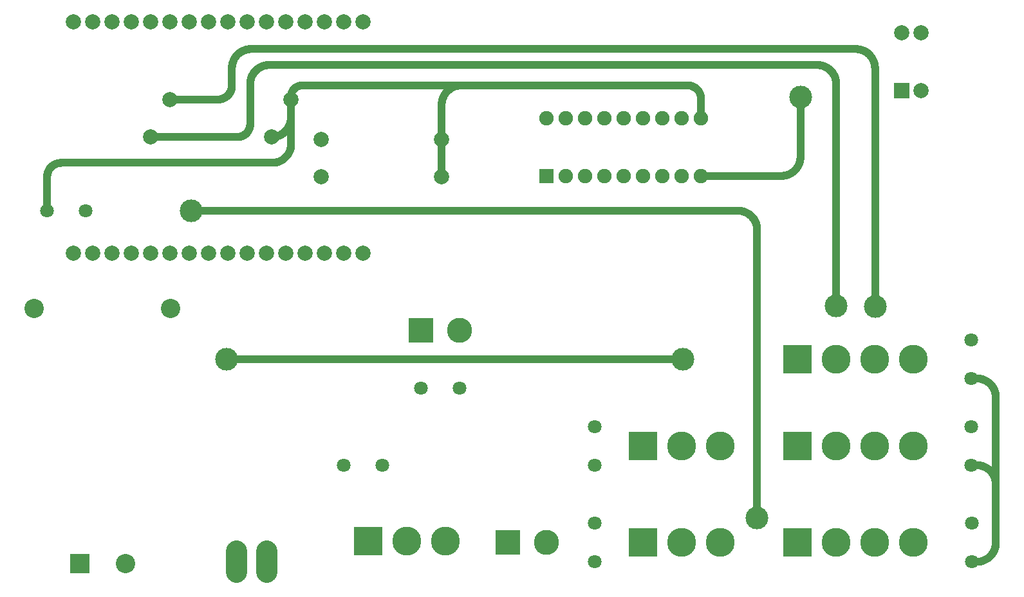
<source format=gbr>
G04 EAGLE Gerber RS-274X export*
G75*
%MOMM*%
%FSLAX34Y34*%
%LPD*%
%INTop Copper*%
%IPPOS*%
%AMOC8*
5,1,8,0,0,1.08239X$1,22.5*%
G01*
G04 Define Apertures*
%ADD10C,2.800000*%
%ADD11R,3.302000X3.302000*%
%ADD12C,3.302000*%
%ADD13R,3.810000X3.810000*%
%ADD14C,3.810000*%
%ADD15C,1.800000*%
%ADD16R,2.540000X2.540000*%
%ADD17C,2.540000*%
%ADD18C,2.000000*%
%ADD19R,1.900000X1.900000*%
%ADD20C,1.900000*%
%ADD21R,2.000000X2.000000*%
%ADD22C,1.000000*%
%ADD23C,3.000000*%
D10*
X355600Y64800D02*
X355600Y36800D01*
X316000Y36800D02*
X316000Y64800D01*
D11*
X558800Y355600D03*
D12*
X609600Y355600D03*
D11*
X673100Y76200D03*
D12*
X723900Y76200D03*
D13*
X489559Y77332D03*
D14*
X540359Y77332D03*
X591159Y77332D03*
D15*
X117700Y513000D03*
X66900Y513000D03*
X1283300Y101200D03*
X1283300Y50400D03*
X1282700Y228600D03*
X1282700Y177800D03*
X1282700Y342900D03*
X1282700Y292100D03*
X787400Y228600D03*
X787400Y177800D03*
X787400Y101600D03*
X787400Y50800D03*
X609600Y279400D03*
X558800Y279400D03*
X508000Y177800D03*
X457200Y177800D03*
D13*
X850900Y76200D03*
D14*
X901700Y76200D03*
X952500Y76200D03*
D13*
X850900Y203200D03*
D14*
X901700Y203200D03*
X952500Y203200D03*
D13*
X1054100Y203200D03*
D14*
X1104900Y203200D03*
X1155700Y203200D03*
X1206500Y203200D03*
D13*
X1054100Y317500D03*
D14*
X1104900Y317500D03*
X1155700Y317500D03*
X1206500Y317500D03*
D16*
X109700Y47900D03*
D17*
X169700Y47900D03*
X49700Y383900D03*
X229700Y383900D03*
D18*
X228600Y659500D03*
X387600Y659500D03*
X203200Y610000D03*
X362200Y610000D03*
D13*
X1054100Y76200D03*
D14*
X1104900Y76200D03*
X1155700Y76200D03*
X1206500Y76200D03*
D18*
X101600Y457200D03*
X127000Y457200D03*
X152400Y457200D03*
X177800Y457200D03*
X203200Y457200D03*
X228600Y457200D03*
X254000Y457200D03*
X279400Y457200D03*
X304800Y457200D03*
X330200Y457200D03*
X355600Y457200D03*
X381000Y457200D03*
X406400Y457200D03*
X431800Y457200D03*
X457200Y457200D03*
X482600Y457200D03*
X101600Y762000D03*
X127000Y762000D03*
X152400Y762000D03*
X177800Y762000D03*
X203200Y762000D03*
X228600Y762000D03*
X254000Y762000D03*
X279400Y762000D03*
X304800Y762000D03*
X330200Y762000D03*
X355600Y762000D03*
X381000Y762000D03*
X406400Y762000D03*
X431800Y762000D03*
X457200Y762000D03*
X482600Y762000D03*
D19*
X723900Y558800D03*
D20*
X749300Y558800D03*
X774700Y558800D03*
X800100Y558800D03*
X825500Y558800D03*
X850900Y558800D03*
X876300Y558800D03*
X901700Y558800D03*
X927100Y558800D03*
X927100Y635000D03*
X901700Y635000D03*
X876300Y635000D03*
X850900Y635000D03*
X825500Y635000D03*
X800100Y635000D03*
X774700Y635000D03*
X749300Y635000D03*
X723900Y635000D03*
D21*
X1191300Y670900D03*
D18*
X1191300Y747100D03*
X1216700Y670900D03*
X1216700Y747100D03*
X427000Y558000D03*
X586000Y558000D03*
X427000Y607000D03*
X586000Y607000D03*
D22*
X387600Y635400D02*
X387593Y634786D01*
X387570Y634173D01*
X387533Y633560D01*
X387481Y632949D01*
X387415Y632338D01*
X387333Y631730D01*
X387237Y631124D01*
X387127Y630520D01*
X387002Y629919D01*
X386862Y629321D01*
X386708Y628727D01*
X386539Y628137D01*
X386357Y627551D01*
X386160Y626970D01*
X385949Y626393D01*
X385725Y625822D01*
X385487Y625256D01*
X385235Y624696D01*
X384969Y624143D01*
X384691Y623596D01*
X384399Y623056D01*
X384094Y622523D01*
X383776Y621998D01*
X383446Y621480D01*
X383104Y620971D01*
X382749Y620470D01*
X382382Y619978D01*
X382004Y619495D01*
X381614Y619021D01*
X381212Y618557D01*
X380800Y618102D01*
X380376Y617658D01*
X379942Y617224D01*
X379498Y616800D01*
X379043Y616388D01*
X378579Y615986D01*
X378105Y615596D01*
X377622Y615218D01*
X377130Y614851D01*
X376629Y614496D01*
X376120Y614154D01*
X375602Y613824D01*
X375077Y613506D01*
X374544Y613201D01*
X374004Y612909D01*
X373457Y612631D01*
X372904Y612365D01*
X372344Y612113D01*
X371778Y611875D01*
X371207Y611651D01*
X370630Y611440D01*
X370049Y611243D01*
X369463Y611061D01*
X368873Y610892D01*
X368279Y610738D01*
X367681Y610598D01*
X367080Y610473D01*
X366476Y610363D01*
X365870Y610267D01*
X365262Y610185D01*
X364651Y610119D01*
X364040Y610067D01*
X363427Y610030D01*
X362814Y610007D01*
X362200Y610000D01*
X387600Y635400D02*
X387600Y659500D01*
X387600Y660400D01*
X402600Y678000D02*
X611400Y678000D01*
X909700Y678000D01*
X910120Y677995D01*
X910541Y677980D01*
X910960Y677954D01*
X911379Y677919D01*
X911797Y677873D01*
X912214Y677817D01*
X912629Y677752D01*
X913043Y677676D01*
X913455Y677590D01*
X913864Y677494D01*
X914271Y677389D01*
X914675Y677273D01*
X915077Y677148D01*
X915475Y677014D01*
X915870Y676869D01*
X916261Y676715D01*
X916649Y676552D01*
X917032Y676380D01*
X917412Y676198D01*
X917786Y676007D01*
X918156Y675807D01*
X918521Y675598D01*
X918881Y675381D01*
X919235Y675155D01*
X919584Y674920D01*
X919927Y674677D01*
X920265Y674426D01*
X920596Y674166D01*
X920920Y673899D01*
X921238Y673624D01*
X921550Y673341D01*
X921854Y673051D01*
X922151Y672754D01*
X922441Y672450D01*
X922724Y672138D01*
X922999Y671820D01*
X923266Y671496D01*
X923526Y671165D01*
X923777Y670827D01*
X924020Y670484D01*
X924255Y670135D01*
X924481Y669781D01*
X924698Y669421D01*
X924907Y669056D01*
X925107Y668686D01*
X925298Y668312D01*
X925480Y667932D01*
X925652Y667549D01*
X925815Y667161D01*
X925969Y666770D01*
X926114Y666375D01*
X926248Y665977D01*
X926373Y665575D01*
X926489Y665171D01*
X926594Y664764D01*
X926690Y664355D01*
X926776Y663943D01*
X926852Y663529D01*
X926917Y663114D01*
X926973Y662697D01*
X927019Y662279D01*
X927054Y661860D01*
X927080Y661441D01*
X927095Y661020D01*
X927100Y660600D01*
X927100Y635000D01*
X388000Y660000D02*
X387998Y660039D01*
X387992Y660078D01*
X387983Y660116D01*
X387970Y660153D01*
X387953Y660189D01*
X387933Y660222D01*
X387909Y660254D01*
X387883Y660283D01*
X387854Y660309D01*
X387822Y660333D01*
X387789Y660353D01*
X387753Y660370D01*
X387716Y660383D01*
X387678Y660392D01*
X387639Y660398D01*
X387600Y660400D01*
X388000Y660000D02*
X388000Y601400D01*
X387993Y600786D01*
X387970Y600173D01*
X387933Y599560D01*
X387881Y598949D01*
X387815Y598338D01*
X387733Y597730D01*
X387637Y597124D01*
X387527Y596520D01*
X387402Y595919D01*
X387262Y595321D01*
X387108Y594727D01*
X386939Y594137D01*
X386757Y593551D01*
X386560Y592970D01*
X386349Y592393D01*
X386125Y591822D01*
X385887Y591256D01*
X385635Y590696D01*
X385369Y590143D01*
X385091Y589596D01*
X384799Y589056D01*
X384494Y588523D01*
X384176Y587998D01*
X383846Y587480D01*
X383504Y586971D01*
X383149Y586470D01*
X382782Y585978D01*
X382404Y585495D01*
X382014Y585021D01*
X381612Y584557D01*
X381200Y584102D01*
X380776Y583658D01*
X380342Y583224D01*
X379898Y582800D01*
X379443Y582388D01*
X378979Y581986D01*
X378505Y581596D01*
X378022Y581218D01*
X377530Y580851D01*
X377029Y580496D01*
X376520Y580154D01*
X376002Y579824D01*
X375477Y579506D01*
X374944Y579201D01*
X374404Y578909D01*
X373857Y578631D01*
X373304Y578365D01*
X372744Y578113D01*
X372178Y577875D01*
X371607Y577651D01*
X371030Y577440D01*
X370449Y577243D01*
X369863Y577061D01*
X369273Y576892D01*
X368679Y576738D01*
X368081Y576598D01*
X367480Y576473D01*
X366876Y576363D01*
X366270Y576267D01*
X365662Y576185D01*
X365051Y576119D01*
X364440Y576067D01*
X363827Y576030D01*
X363214Y576007D01*
X362600Y576000D01*
X85300Y576000D01*
X84855Y575995D01*
X84411Y575979D01*
X83967Y575952D01*
X83524Y575914D01*
X83082Y575866D01*
X82641Y575807D01*
X82202Y575737D01*
X81765Y575657D01*
X81330Y575567D01*
X80897Y575465D01*
X80466Y575354D01*
X80039Y575232D01*
X79614Y575099D01*
X79193Y574957D01*
X78775Y574804D01*
X78361Y574642D01*
X77952Y574469D01*
X77546Y574286D01*
X77145Y574094D01*
X76749Y573892D01*
X76358Y573681D01*
X75972Y573460D01*
X75591Y573230D01*
X75217Y572991D01*
X74848Y572743D01*
X74485Y572486D01*
X74128Y572220D01*
X73778Y571946D01*
X73435Y571663D01*
X73099Y571373D01*
X72769Y571074D01*
X72447Y570767D01*
X72133Y570453D01*
X71826Y570131D01*
X71527Y569801D01*
X71237Y569465D01*
X70954Y569122D01*
X70680Y568772D01*
X70414Y568415D01*
X70157Y568052D01*
X69909Y567683D01*
X69670Y567309D01*
X69440Y566928D01*
X69219Y566542D01*
X69008Y566151D01*
X68806Y565755D01*
X68614Y565354D01*
X68431Y564948D01*
X68258Y564539D01*
X68096Y564125D01*
X67943Y563707D01*
X67801Y563286D01*
X67668Y562861D01*
X67546Y562434D01*
X67435Y562003D01*
X67333Y561570D01*
X67243Y561135D01*
X67163Y560698D01*
X67093Y560259D01*
X67034Y559818D01*
X66986Y559376D01*
X66948Y558933D01*
X66921Y558489D01*
X66905Y558045D01*
X66900Y557600D01*
X66900Y513000D01*
X387600Y659500D02*
X387600Y663000D01*
X387604Y663362D01*
X387618Y663725D01*
X387639Y664087D01*
X387670Y664448D01*
X387709Y664808D01*
X387757Y665167D01*
X387814Y665525D01*
X387879Y665882D01*
X387953Y666237D01*
X388036Y666590D01*
X388127Y666941D01*
X388226Y667289D01*
X388334Y667635D01*
X388450Y667979D01*
X388575Y668319D01*
X388707Y668656D01*
X388848Y668990D01*
X388997Y669321D01*
X389154Y669648D01*
X389318Y669971D01*
X389490Y670290D01*
X389670Y670604D01*
X389858Y670915D01*
X390053Y671220D01*
X390255Y671521D01*
X390465Y671817D01*
X390681Y672107D01*
X390905Y672393D01*
X391135Y672673D01*
X391372Y672947D01*
X391616Y673215D01*
X391866Y673478D01*
X392122Y673734D01*
X392385Y673984D01*
X392653Y674228D01*
X392927Y674465D01*
X393207Y674695D01*
X393493Y674919D01*
X393783Y675135D01*
X394079Y675345D01*
X394380Y675547D01*
X394685Y675742D01*
X394996Y675930D01*
X395310Y676110D01*
X395629Y676282D01*
X395952Y676446D01*
X396279Y676603D01*
X396610Y676752D01*
X396944Y676893D01*
X397281Y677025D01*
X397621Y677150D01*
X397965Y677266D01*
X398311Y677374D01*
X398659Y677473D01*
X399010Y677564D01*
X399363Y677647D01*
X399718Y677721D01*
X400075Y677786D01*
X400433Y677843D01*
X400792Y677891D01*
X401152Y677930D01*
X401513Y677961D01*
X401875Y677982D01*
X402238Y677996D01*
X402600Y678000D01*
X1283300Y50400D02*
X1289600Y50400D01*
X1290214Y50407D01*
X1290827Y50430D01*
X1291440Y50467D01*
X1292051Y50519D01*
X1292662Y50585D01*
X1293270Y50667D01*
X1293876Y50763D01*
X1294480Y50873D01*
X1295081Y50998D01*
X1295679Y51138D01*
X1296273Y51292D01*
X1296863Y51461D01*
X1297449Y51643D01*
X1298030Y51840D01*
X1298607Y52051D01*
X1299178Y52275D01*
X1299744Y52513D01*
X1300304Y52765D01*
X1300857Y53031D01*
X1301404Y53309D01*
X1301944Y53601D01*
X1302477Y53906D01*
X1303002Y54224D01*
X1303520Y54554D01*
X1304029Y54896D01*
X1304530Y55251D01*
X1305022Y55618D01*
X1305505Y55996D01*
X1305979Y56386D01*
X1306443Y56788D01*
X1306898Y57200D01*
X1307342Y57624D01*
X1307776Y58058D01*
X1308200Y58502D01*
X1308612Y58957D01*
X1309014Y59421D01*
X1309404Y59895D01*
X1309782Y60378D01*
X1310149Y60870D01*
X1310504Y61371D01*
X1310846Y61880D01*
X1311176Y62398D01*
X1311494Y62923D01*
X1311799Y63456D01*
X1312091Y63996D01*
X1312369Y64543D01*
X1312635Y65096D01*
X1312887Y65656D01*
X1313125Y66222D01*
X1313349Y66793D01*
X1313560Y67370D01*
X1313757Y67951D01*
X1313939Y68537D01*
X1314108Y69127D01*
X1314262Y69721D01*
X1314402Y70319D01*
X1314527Y70920D01*
X1314637Y71524D01*
X1314733Y72130D01*
X1314815Y72738D01*
X1314881Y73349D01*
X1314933Y73960D01*
X1314970Y74573D01*
X1314993Y75186D01*
X1315000Y75800D01*
X1315000Y152400D01*
X1314993Y153014D01*
X1314970Y153627D01*
X1314933Y154240D01*
X1314881Y154851D01*
X1314815Y155462D01*
X1314733Y156070D01*
X1314637Y156676D01*
X1314527Y157280D01*
X1314402Y157881D01*
X1314262Y158479D01*
X1314108Y159073D01*
X1313939Y159663D01*
X1313757Y160249D01*
X1313560Y160830D01*
X1313349Y161407D01*
X1313125Y161978D01*
X1312887Y162544D01*
X1312635Y163104D01*
X1312369Y163657D01*
X1312091Y164204D01*
X1311799Y164744D01*
X1311494Y165277D01*
X1311176Y165802D01*
X1310846Y166320D01*
X1310504Y166829D01*
X1310149Y167330D01*
X1309782Y167822D01*
X1309404Y168305D01*
X1309014Y168779D01*
X1308612Y169243D01*
X1308200Y169698D01*
X1307776Y170142D01*
X1307342Y170576D01*
X1306898Y171000D01*
X1306443Y171412D01*
X1305979Y171814D01*
X1305505Y172204D01*
X1305022Y172582D01*
X1304530Y172949D01*
X1304029Y173304D01*
X1303520Y173646D01*
X1303002Y173976D01*
X1302477Y174294D01*
X1301944Y174599D01*
X1301404Y174891D01*
X1300857Y175169D01*
X1300304Y175435D01*
X1299744Y175687D01*
X1299178Y175925D01*
X1298607Y176149D01*
X1298030Y176360D01*
X1297449Y176557D01*
X1296863Y176739D01*
X1296273Y176908D01*
X1295679Y177062D01*
X1295081Y177202D01*
X1294480Y177327D01*
X1293876Y177437D01*
X1293270Y177533D01*
X1292662Y177615D01*
X1292051Y177681D01*
X1291440Y177733D01*
X1290827Y177770D01*
X1290214Y177793D01*
X1289600Y177800D01*
X1282700Y177800D01*
X1315000Y152400D02*
X1315000Y266700D01*
X1314993Y267314D01*
X1314970Y267927D01*
X1314933Y268540D01*
X1314881Y269151D01*
X1314815Y269762D01*
X1314733Y270370D01*
X1314637Y270976D01*
X1314527Y271580D01*
X1314402Y272181D01*
X1314262Y272779D01*
X1314108Y273373D01*
X1313939Y273963D01*
X1313757Y274549D01*
X1313560Y275130D01*
X1313349Y275707D01*
X1313125Y276278D01*
X1312887Y276844D01*
X1312635Y277404D01*
X1312369Y277957D01*
X1312091Y278504D01*
X1311799Y279044D01*
X1311494Y279577D01*
X1311176Y280102D01*
X1310846Y280620D01*
X1310504Y281129D01*
X1310149Y281630D01*
X1309782Y282122D01*
X1309404Y282605D01*
X1309014Y283079D01*
X1308612Y283543D01*
X1308200Y283998D01*
X1307776Y284442D01*
X1307342Y284876D01*
X1306898Y285300D01*
X1306443Y285712D01*
X1305979Y286114D01*
X1305505Y286504D01*
X1305022Y286882D01*
X1304530Y287249D01*
X1304029Y287604D01*
X1303520Y287946D01*
X1303002Y288276D01*
X1302477Y288594D01*
X1301944Y288899D01*
X1301404Y289191D01*
X1300857Y289469D01*
X1300304Y289735D01*
X1299744Y289987D01*
X1299178Y290225D01*
X1298607Y290449D01*
X1298030Y290660D01*
X1297449Y290857D01*
X1296863Y291039D01*
X1296273Y291208D01*
X1295679Y291362D01*
X1295081Y291502D01*
X1294480Y291627D01*
X1293876Y291737D01*
X1293270Y291833D01*
X1292662Y291915D01*
X1292051Y291981D01*
X1291440Y292033D01*
X1290827Y292070D01*
X1290214Y292093D01*
X1289600Y292100D01*
X1282700Y292100D01*
X611400Y678000D02*
X610786Y677993D01*
X610173Y677970D01*
X609560Y677933D01*
X608949Y677881D01*
X608338Y677815D01*
X607730Y677733D01*
X607124Y677637D01*
X606520Y677527D01*
X605919Y677402D01*
X605321Y677262D01*
X604727Y677108D01*
X604137Y676939D01*
X603551Y676757D01*
X602970Y676560D01*
X602393Y676349D01*
X601822Y676125D01*
X601256Y675887D01*
X600696Y675635D01*
X600143Y675369D01*
X599596Y675091D01*
X599056Y674799D01*
X598523Y674494D01*
X597998Y674176D01*
X597480Y673846D01*
X596971Y673504D01*
X596470Y673149D01*
X595978Y672782D01*
X595495Y672404D01*
X595021Y672014D01*
X594557Y671612D01*
X594102Y671200D01*
X593658Y670776D01*
X593224Y670342D01*
X592800Y669898D01*
X592388Y669443D01*
X591986Y668979D01*
X591596Y668505D01*
X591218Y668022D01*
X590851Y667530D01*
X590496Y667029D01*
X590154Y666520D01*
X589824Y666002D01*
X589506Y665477D01*
X589201Y664944D01*
X588909Y664404D01*
X588631Y663857D01*
X588365Y663304D01*
X588113Y662744D01*
X587875Y662178D01*
X587651Y661607D01*
X587440Y661030D01*
X587243Y660449D01*
X587061Y659863D01*
X586892Y659273D01*
X586738Y658679D01*
X586598Y658081D01*
X586473Y657480D01*
X586363Y656876D01*
X586267Y656270D01*
X586185Y655662D01*
X586119Y655051D01*
X586067Y654440D01*
X586030Y653827D01*
X586007Y653214D01*
X586000Y652600D01*
X586000Y607000D01*
X586000Y558000D01*
D23*
X903000Y317000D03*
D22*
X303000Y317000D01*
D23*
X303000Y317000D03*
X1001000Y108000D03*
D22*
X1001000Y487600D01*
X1000993Y488214D01*
X1000970Y488827D01*
X1000933Y489440D01*
X1000881Y490051D01*
X1000815Y490662D01*
X1000733Y491270D01*
X1000637Y491876D01*
X1000527Y492480D01*
X1000402Y493081D01*
X1000262Y493679D01*
X1000108Y494273D01*
X999939Y494863D01*
X999757Y495449D01*
X999560Y496030D01*
X999349Y496607D01*
X999125Y497178D01*
X998887Y497744D01*
X998635Y498304D01*
X998369Y498857D01*
X998091Y499404D01*
X997799Y499944D01*
X997494Y500477D01*
X997176Y501002D01*
X996846Y501520D01*
X996504Y502029D01*
X996149Y502530D01*
X995782Y503022D01*
X995404Y503505D01*
X995014Y503979D01*
X994612Y504443D01*
X994200Y504898D01*
X993776Y505342D01*
X993342Y505776D01*
X992898Y506200D01*
X992443Y506612D01*
X991979Y507014D01*
X991505Y507404D01*
X991022Y507782D01*
X990530Y508149D01*
X990029Y508504D01*
X989520Y508846D01*
X989002Y509176D01*
X988477Y509494D01*
X987944Y509799D01*
X987404Y510091D01*
X986857Y510369D01*
X986304Y510635D01*
X985744Y510887D01*
X985178Y511125D01*
X984607Y511349D01*
X984030Y511560D01*
X983449Y511757D01*
X982863Y511939D01*
X982273Y512108D01*
X981679Y512262D01*
X981081Y512402D01*
X980480Y512527D01*
X979876Y512637D01*
X979270Y512733D01*
X978662Y512815D01*
X978051Y512881D01*
X977440Y512933D01*
X976827Y512970D01*
X976214Y512993D01*
X975600Y513000D01*
X256000Y513000D01*
D23*
X256000Y513000D03*
X1105000Y388000D03*
D22*
X1105000Y679600D01*
X1104993Y680214D01*
X1104970Y680827D01*
X1104933Y681440D01*
X1104881Y682051D01*
X1104815Y682662D01*
X1104733Y683270D01*
X1104637Y683876D01*
X1104527Y684480D01*
X1104402Y685081D01*
X1104262Y685679D01*
X1104108Y686273D01*
X1103939Y686863D01*
X1103757Y687449D01*
X1103560Y688030D01*
X1103349Y688607D01*
X1103125Y689178D01*
X1102887Y689744D01*
X1102635Y690304D01*
X1102369Y690857D01*
X1102091Y691404D01*
X1101799Y691944D01*
X1101494Y692477D01*
X1101176Y693002D01*
X1100846Y693520D01*
X1100504Y694029D01*
X1100149Y694530D01*
X1099782Y695022D01*
X1099404Y695505D01*
X1099014Y695979D01*
X1098612Y696443D01*
X1098200Y696898D01*
X1097776Y697342D01*
X1097342Y697776D01*
X1096898Y698200D01*
X1096443Y698612D01*
X1095979Y699014D01*
X1095505Y699404D01*
X1095022Y699782D01*
X1094530Y700149D01*
X1094029Y700504D01*
X1093520Y700846D01*
X1093002Y701176D01*
X1092477Y701494D01*
X1091944Y701799D01*
X1091404Y702091D01*
X1090857Y702369D01*
X1090304Y702635D01*
X1089744Y702887D01*
X1089178Y703125D01*
X1088607Y703349D01*
X1088030Y703560D01*
X1087449Y703757D01*
X1086863Y703939D01*
X1086273Y704108D01*
X1085679Y704262D01*
X1085081Y704402D01*
X1084480Y704527D01*
X1083876Y704637D01*
X1083270Y704733D01*
X1082662Y704815D01*
X1082051Y704881D01*
X1081440Y704933D01*
X1080827Y704970D01*
X1080214Y704993D01*
X1079600Y705000D01*
X359400Y705000D01*
X358786Y704993D01*
X358173Y704970D01*
X357560Y704933D01*
X356949Y704881D01*
X356338Y704815D01*
X355730Y704733D01*
X355124Y704637D01*
X354520Y704527D01*
X353919Y704402D01*
X353321Y704262D01*
X352727Y704108D01*
X352137Y703939D01*
X351551Y703757D01*
X350970Y703560D01*
X350393Y703349D01*
X349822Y703125D01*
X349256Y702887D01*
X348696Y702635D01*
X348143Y702369D01*
X347596Y702091D01*
X347056Y701799D01*
X346523Y701494D01*
X345998Y701176D01*
X345480Y700846D01*
X344971Y700504D01*
X344470Y700149D01*
X343978Y699782D01*
X343495Y699404D01*
X343021Y699014D01*
X342557Y698612D01*
X342102Y698200D01*
X341658Y697776D01*
X341224Y697342D01*
X340800Y696898D01*
X340388Y696443D01*
X339986Y695979D01*
X339596Y695505D01*
X339218Y695022D01*
X338851Y694530D01*
X338496Y694029D01*
X338154Y693520D01*
X337824Y693002D01*
X337506Y692477D01*
X337201Y691944D01*
X336909Y691404D01*
X336631Y690857D01*
X336365Y690304D01*
X336113Y689744D01*
X335875Y689178D01*
X335651Y688607D01*
X335440Y688030D01*
X335243Y687449D01*
X335061Y686863D01*
X334892Y686273D01*
X334738Y685679D01*
X334598Y685081D01*
X334473Y684480D01*
X334363Y683876D01*
X334267Y683270D01*
X334185Y682662D01*
X334119Y682051D01*
X334067Y681440D01*
X334030Y680827D01*
X334007Y680214D01*
X334000Y679600D01*
X334000Y627000D01*
X333995Y626589D01*
X333980Y626179D01*
X333955Y625769D01*
X333921Y625359D01*
X333876Y624951D01*
X333822Y624544D01*
X333757Y624138D01*
X333683Y623734D01*
X333599Y623332D01*
X333506Y622932D01*
X333403Y622534D01*
X333290Y622139D01*
X333168Y621747D01*
X333036Y621358D01*
X332895Y620972D01*
X332745Y620589D01*
X332585Y620211D01*
X332417Y619836D01*
X332239Y619466D01*
X332053Y619100D01*
X331857Y618738D01*
X331653Y618382D01*
X331441Y618030D01*
X331220Y617684D01*
X330991Y617343D01*
X330753Y617008D01*
X330508Y616678D01*
X330254Y616355D01*
X329993Y616038D01*
X329725Y615727D01*
X329449Y615423D01*
X329165Y615125D01*
X328875Y614835D01*
X328577Y614551D01*
X328273Y614275D01*
X327962Y614007D01*
X327645Y613746D01*
X327322Y613492D01*
X326992Y613247D01*
X326657Y613009D01*
X326316Y612780D01*
X325970Y612559D01*
X325618Y612347D01*
X325262Y612143D01*
X324900Y611947D01*
X324534Y611761D01*
X324164Y611583D01*
X323789Y611415D01*
X323411Y611255D01*
X323028Y611105D01*
X322642Y610964D01*
X322253Y610832D01*
X321861Y610710D01*
X321466Y610597D01*
X321068Y610494D01*
X320668Y610401D01*
X320266Y610317D01*
X319862Y610243D01*
X319456Y610178D01*
X319049Y610124D01*
X318641Y610079D01*
X318231Y610045D01*
X317821Y610020D01*
X317411Y610005D01*
X317000Y610000D01*
X203200Y610000D01*
D23*
X1156000Y387000D03*
D22*
X1156000Y700600D01*
X1155993Y701214D01*
X1155970Y701827D01*
X1155933Y702440D01*
X1155881Y703051D01*
X1155815Y703662D01*
X1155733Y704270D01*
X1155637Y704876D01*
X1155527Y705480D01*
X1155402Y706081D01*
X1155262Y706679D01*
X1155108Y707273D01*
X1154939Y707863D01*
X1154757Y708449D01*
X1154560Y709030D01*
X1154349Y709607D01*
X1154125Y710178D01*
X1153887Y710744D01*
X1153635Y711304D01*
X1153369Y711857D01*
X1153091Y712404D01*
X1152799Y712944D01*
X1152494Y713477D01*
X1152176Y714002D01*
X1151846Y714520D01*
X1151504Y715029D01*
X1151149Y715530D01*
X1150782Y716022D01*
X1150404Y716505D01*
X1150014Y716979D01*
X1149612Y717443D01*
X1149200Y717898D01*
X1148776Y718342D01*
X1148342Y718776D01*
X1147898Y719200D01*
X1147443Y719612D01*
X1146979Y720014D01*
X1146505Y720404D01*
X1146022Y720782D01*
X1145530Y721149D01*
X1145029Y721504D01*
X1144520Y721846D01*
X1144002Y722176D01*
X1143477Y722494D01*
X1142944Y722799D01*
X1142404Y723091D01*
X1141857Y723369D01*
X1141304Y723635D01*
X1140744Y723887D01*
X1140178Y724125D01*
X1139607Y724349D01*
X1139030Y724560D01*
X1138449Y724757D01*
X1137863Y724939D01*
X1137273Y725108D01*
X1136679Y725262D01*
X1136081Y725402D01*
X1135480Y725527D01*
X1134876Y725637D01*
X1134270Y725733D01*
X1133662Y725815D01*
X1133051Y725881D01*
X1132440Y725933D01*
X1131827Y725970D01*
X1131214Y725993D01*
X1130600Y726000D01*
X335400Y726000D01*
X334786Y725993D01*
X334173Y725970D01*
X333560Y725933D01*
X332949Y725881D01*
X332338Y725815D01*
X331730Y725733D01*
X331124Y725637D01*
X330520Y725527D01*
X329919Y725402D01*
X329321Y725262D01*
X328727Y725108D01*
X328137Y724939D01*
X327551Y724757D01*
X326970Y724560D01*
X326393Y724349D01*
X325822Y724125D01*
X325256Y723887D01*
X324696Y723635D01*
X324143Y723369D01*
X323596Y723091D01*
X323056Y722799D01*
X322523Y722494D01*
X321998Y722176D01*
X321480Y721846D01*
X320971Y721504D01*
X320470Y721149D01*
X319978Y720782D01*
X319495Y720404D01*
X319021Y720014D01*
X318557Y719612D01*
X318102Y719200D01*
X317658Y718776D01*
X317224Y718342D01*
X316800Y717898D01*
X316388Y717443D01*
X315986Y716979D01*
X315596Y716505D01*
X315218Y716022D01*
X314851Y715530D01*
X314496Y715029D01*
X314154Y714520D01*
X313824Y714002D01*
X313506Y713477D01*
X313201Y712944D01*
X312909Y712404D01*
X312631Y711857D01*
X312365Y711304D01*
X312113Y710744D01*
X311875Y710178D01*
X311651Y709607D01*
X311440Y709030D01*
X311243Y708449D01*
X311061Y707863D01*
X310892Y707273D01*
X310738Y706679D01*
X310598Y706081D01*
X310473Y705480D01*
X310363Y704876D01*
X310267Y704270D01*
X310185Y703662D01*
X310119Y703051D01*
X310067Y702440D01*
X310030Y701827D01*
X310007Y701214D01*
X310000Y700600D01*
X310000Y678000D01*
X309995Y677553D01*
X309978Y677106D01*
X309951Y676660D01*
X309914Y676214D01*
X309865Y675770D01*
X309806Y675327D01*
X309736Y674885D01*
X309655Y674446D01*
X309564Y674008D01*
X309462Y673573D01*
X309350Y673140D01*
X309228Y672710D01*
X309095Y672283D01*
X308951Y671860D01*
X308798Y671440D01*
X308634Y671024D01*
X308461Y670612D01*
X308277Y670204D01*
X308084Y669801D01*
X307881Y669403D01*
X307668Y669009D01*
X307446Y668621D01*
X307215Y668239D01*
X306975Y667862D01*
X306725Y667491D01*
X306467Y667126D01*
X306200Y666767D01*
X305924Y666416D01*
X305640Y666070D01*
X305347Y665732D01*
X305047Y665401D01*
X304739Y665078D01*
X304422Y664761D01*
X304099Y664453D01*
X303768Y664153D01*
X303430Y663860D01*
X303084Y663576D01*
X302733Y663300D01*
X302374Y663033D01*
X302009Y662775D01*
X301638Y662525D01*
X301261Y662285D01*
X300879Y662054D01*
X300491Y661832D01*
X300097Y661619D01*
X299699Y661416D01*
X299296Y661223D01*
X298888Y661039D01*
X298476Y660866D01*
X298060Y660702D01*
X297640Y660549D01*
X297217Y660405D01*
X296790Y660272D01*
X296360Y660150D01*
X295927Y660038D01*
X295492Y659936D01*
X295054Y659845D01*
X294615Y659764D01*
X294173Y659694D01*
X293730Y659635D01*
X293286Y659586D01*
X292840Y659549D01*
X292394Y659522D01*
X291947Y659505D01*
X291500Y659500D01*
X228600Y659500D01*
D23*
X1058000Y663000D03*
D22*
X1058000Y584200D01*
X1057993Y583586D01*
X1057970Y582973D01*
X1057933Y582360D01*
X1057881Y581749D01*
X1057815Y581138D01*
X1057733Y580530D01*
X1057637Y579924D01*
X1057527Y579320D01*
X1057402Y578719D01*
X1057262Y578121D01*
X1057108Y577527D01*
X1056939Y576937D01*
X1056757Y576351D01*
X1056560Y575770D01*
X1056349Y575193D01*
X1056125Y574622D01*
X1055887Y574056D01*
X1055635Y573496D01*
X1055369Y572943D01*
X1055091Y572396D01*
X1054799Y571856D01*
X1054494Y571323D01*
X1054176Y570798D01*
X1053846Y570280D01*
X1053504Y569771D01*
X1053149Y569270D01*
X1052782Y568778D01*
X1052404Y568295D01*
X1052014Y567821D01*
X1051612Y567357D01*
X1051200Y566902D01*
X1050776Y566458D01*
X1050342Y566024D01*
X1049898Y565600D01*
X1049443Y565188D01*
X1048979Y564786D01*
X1048505Y564396D01*
X1048022Y564018D01*
X1047530Y563651D01*
X1047029Y563296D01*
X1046520Y562954D01*
X1046002Y562624D01*
X1045477Y562306D01*
X1044944Y562001D01*
X1044404Y561709D01*
X1043857Y561431D01*
X1043304Y561165D01*
X1042744Y560913D01*
X1042178Y560675D01*
X1041607Y560451D01*
X1041030Y560240D01*
X1040449Y560043D01*
X1039863Y559861D01*
X1039273Y559692D01*
X1038679Y559538D01*
X1038081Y559398D01*
X1037480Y559273D01*
X1036876Y559163D01*
X1036270Y559067D01*
X1035662Y558985D01*
X1035051Y558919D01*
X1034440Y558867D01*
X1033827Y558830D01*
X1033214Y558807D01*
X1032600Y558800D01*
X927100Y558800D01*
M02*

</source>
